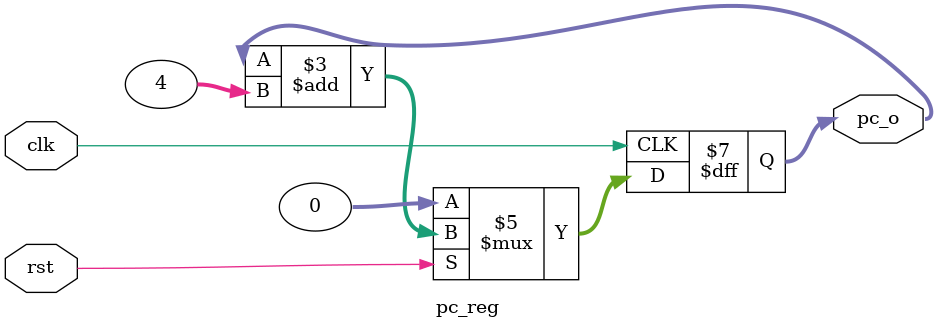
<source format=v>
`ifndef _PC_REG_V_
`define _PC_REG_V_

module pc_reg( // 时序电路
    input wire      clk, // 声明了一个名为clk的输入端口，类型为wire。这是时钟信号，用于同步电路操作，控制PC寄存器的更新时机。
    input wire      rst, // 声明了一个名为rst的输入端口，类型为wire。这是复位信号，用于重置PC寄存器(通常是0)。
    
    // [31:0] 是Verilog中的位宽描述符，表示一个32位的数据信号或变量。这种表示方法指定了位的范围：
        // 31是最高位(Most Significant Bit, MSB)
        // 0是最低位(Least Significant Bit, LSB)
        // 总共有32位(从0到31，包含0和31)
    output reg[31:0] pc_o // 声明了一个名为pc_o的输出端口，是32位宽的寄存器类型变量，作为输出端口，用来存储当前指令地址。
);  

// 补充：
// wire 类型：在Verilog中，wire 是一种数据类型，表示电路中的物理连线。它的特点是：
    // 不存储值，只传递值
    // 连接模块之间或模块内部不同部件的信号
    // 不能在过程块中(如always块)被赋值
    // 代表组合逻辑中的连接
// 简单来说，wire 就像电路图中的导线，它可以传递信号，但不能存储信号。



// 2. 功能实现部分：
    // 这定义了一个时序逻辑块，只在时钟信号(clk)的上升沿触发。意味着以下代码块中的操作只会在时钟从0变为1的瞬间执行。
    always @(posedge clk) begin 
             
        // 1) 查复位信号(rst)是否为低电平(0)。
        // 2) rst == 1'b0使用二进制('b)是因为：
            // 复位信号通常是一个单一位的控制信号
            // 1'b0明确表示一个1位的二进制0
            // 对于单位的控制信号和标志位，通常习惯使用二进制表示
        if(rst == 1'b0) 
            // 如果复位信号有效(为0)，则将PC寄存器地址值重置为0。32'b0表示32位的二进制0，<=是非阻塞赋值运算符，
            // 在 always @(posedge clk) 块内，适用于时序逻辑。
            pc_o <= 32'b0;

        else 
            // 如果复位信号无效(为1)，则PC寄存器的值增加4。32'd4表示32位的十进制值4。PC增加4是因为在大多数32位架构中，每条指令占4个字节(32位)。
            pc_o <= pc_o + 32'd4;
    end

// 补充：
// 时序逻辑（如 always @posedge clk 块）中应该使用非阻塞赋值 <=，原因是：
    // 它模拟了硬件中寄存器的实际行为（同时更新）
    // 避免了由于赋值顺序导致的竞争条件
    // 确保模拟结果与实际硬件行为一致
// 1. 使用<=（非阻塞赋值）时机：
    // 1) 在时序逻辑中：所有由时钟控制的always块中
    // 2) 描述寄存器行为时：任何需要存储状态的电路元件
    // 3) 同步电路设计中：所有触发器和寄存器更新
// 2. 使用=（阻塞赋值）时机：
    // 1) 在组合逻辑中：对应于纯组合电路的always块
    // 2) 临时变量赋值：在过程块中使用的中间变量
    // 3) 初始化块中
// 总结：时钟相关使用 <=，组合逻辑使用 =。

endmodule
`endif
</source>
